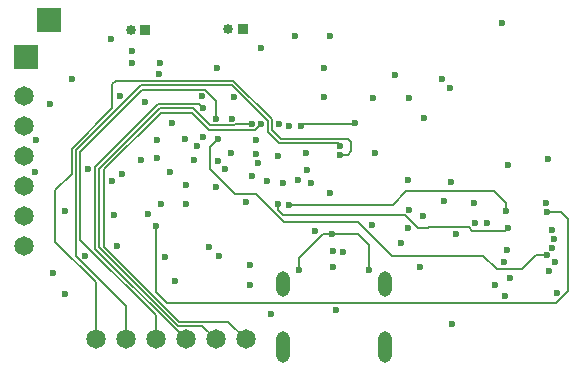
<source format=gbr>
%TF.GenerationSoftware,KiCad,Pcbnew,8.0.8*%
%TF.CreationDate,2025-02-23T23:13:27-08:00*%
%TF.ProjectId,OuterBoard_rev3.1,4f757465-7242-46f6-9172-645f72657633,rev?*%
%TF.SameCoordinates,Original*%
%TF.FileFunction,Copper,L5,Inr*%
%TF.FilePolarity,Positive*%
%FSLAX46Y46*%
G04 Gerber Fmt 4.6, Leading zero omitted, Abs format (unit mm)*
G04 Created by KiCad (PCBNEW 8.0.8) date 2025-02-23 23:13:27*
%MOMM*%
%LPD*%
G01*
G04 APERTURE LIST*
%TA.AperFunction,ComponentPad*%
%ADD10R,0.850000X0.850000*%
%TD*%
%TA.AperFunction,ComponentPad*%
%ADD11C,0.850000*%
%TD*%
%TA.AperFunction,ComponentPad*%
%ADD12C,1.650000*%
%TD*%
%TA.AperFunction,ComponentPad*%
%ADD13R,2.000000X2.000000*%
%TD*%
%TA.AperFunction,ComponentPad*%
%ADD14O,1.168400X2.159000*%
%TD*%
%TA.AperFunction,ComponentPad*%
%ADD15O,1.168400X2.667000*%
%TD*%
%TA.AperFunction,ViaPad*%
%ADD16C,0.600000*%
%TD*%
%TA.AperFunction,Conductor*%
%ADD17C,0.200000*%
%TD*%
G04 APERTURE END LIST*
D10*
%TO.N,+BATT2*%
%TO.C,J4*%
X128117600Y-77749400D03*
D11*
%TO.N,GNDPWR*%
X126867600Y-77749400D03*
%TD*%
D10*
%TO.N,+BATT1*%
%TO.C,J3*%
X119837200Y-77800200D03*
D11*
%TO.N,GNDPWR*%
X118587200Y-77800200D03*
%TD*%
D12*
%TO.N,GPIO45*%
%TO.C,J2*%
X115620800Y-104013000D03*
%TO.N,GPIO46*%
X118160800Y-104013000D03*
%TO.N,IO21{slash}USER_LED*%
X120700800Y-104013000D03*
%TO.N,D10{slash}A10{slash}MOSI*%
X123240800Y-104013000D03*
%TO.N,D9{slash}A9{slash}MISO*%
X125780800Y-104013000D03*
%TO.N,D8{slash}A8{slash}SCK*%
X128320800Y-104013000D03*
%TD*%
D13*
%TO.N,Net-(D1-K)*%
%TO.C,TP1*%
X109728000Y-80137000D03*
%TD*%
%TO.N,Net-(D2-K)*%
%TO.C,TP2*%
X111683800Y-76962000D03*
%TD*%
D12*
%TO.N,GNDPWR*%
%TO.C,J1*%
X109524800Y-96113600D03*
%TO.N,VDC*%
X109524800Y-93573600D03*
%TO.N,D1{slash}A1*%
X109524800Y-91033600D03*
%TO.N,GNDPWR*%
X109524800Y-88493600D03*
%TO.N,VDC*%
X109524800Y-85953600D03*
%TO.N,D0{slash}A0*%
X109524800Y-83413600D03*
%TD*%
D14*
%TO.N,N/C*%
%TO.C,J5*%
X131449998Y-99319300D03*
X140090002Y-99319300D03*
D15*
X131449998Y-104679300D03*
X140090002Y-104679300D03*
%TD*%
D16*
%TO.N,GND*%
X132860000Y-98100000D03*
X138780000Y-98160000D03*
%TO.N,USB_DP*%
X135962801Y-101549200D03*
X135712200Y-97890000D03*
%TO.N,GND*%
X147726400Y-94157800D03*
X114935000Y-89611200D03*
X121132600Y-92504600D03*
X142111489Y-93007223D03*
X121488200Y-97002600D03*
X145669000Y-90678000D03*
X154263252Y-96239441D03*
X123910000Y-88790000D03*
X120802400Y-88646600D03*
X110540800Y-87096600D03*
X150320000Y-100336400D03*
X145084800Y-92284600D03*
X150571200Y-89230200D03*
X113030000Y-93116400D03*
X128730000Y-97690000D03*
X142028800Y-90476900D03*
X147650200Y-92456000D03*
X117889684Y-89981291D03*
X123266200Y-92532200D03*
X131069477Y-88457575D03*
X111749000Y-84037600D03*
X139238800Y-88206400D03*
X122047000Y-85648800D03*
X128652394Y-99384806D03*
X135485000Y-78335000D03*
X132535000Y-78335000D03*
X134970000Y-80990000D03*
X134970000Y-83510000D03*
X114681000Y-96926400D03*
X125196600Y-96164400D03*
X122351800Y-99034600D03*
X135661400Y-95097600D03*
X139065000Y-83540600D03*
X117201071Y-93477539D03*
X145770600Y-102743000D03*
X121943122Y-89829707D03*
X142189200Y-83540600D03*
X150012400Y-77241400D03*
%TO.N,VCC*%
X120954800Y-81538800D03*
%TO.N,+2V8*%
X143408400Y-85242400D03*
X141452600Y-95885000D03*
%TO.N,VDC*%
X117396700Y-96139000D03*
X113004600Y-100152200D03*
X121107200Y-80568800D03*
X118688700Y-79618800D03*
%TO.N,Net-(D7-K)*%
X154686000Y-100101400D03*
%TO.N,+3.3V*%
X140944600Y-81584800D03*
X123266200Y-90954600D03*
X126100000Y-96920000D03*
X120802400Y-87096600D03*
X146098900Y-95123000D03*
X111988600Y-98348800D03*
X144909600Y-81965800D03*
X142087600Y-94589600D03*
X119483800Y-88793400D03*
X123153000Y-87031400D03*
X133527800Y-89662000D03*
X110515400Y-89814400D03*
X143078200Y-97866200D03*
%TO.N,+1V8*%
X153847800Y-93192600D03*
X120700800Y-94411800D03*
%TO.N,Net-(C38-Pad1)*%
X133444702Y-88239600D03*
%TO.N,+5V*%
X130429000Y-101879400D03*
%TO.N,IO21{slash}USER_LED*%
X125830000Y-85308799D03*
%TO.N,Net-(FB1-Pad2)*%
X153949400Y-88722200D03*
%TO.N,USB_DP*%
X135712200Y-96520000D03*
X126586400Y-89603665D03*
%TO.N,USB_DN*%
X136525000Y-96570800D03*
X125984000Y-88900000D03*
%TO.N,MTCK{slash}IO39{slash}CAM_SCL*%
X139013899Y-94285101D03*
X143370000Y-93550000D03*
%TO.N,IO38{slash}DVP_VSYNC*%
X133858000Y-90728800D03*
X153725086Y-92450272D03*
%TO.N,Net-(J10-Pad8)*%
X148742400Y-94183200D03*
%TO.N,IO47{slash}DVP_HREF*%
X131987500Y-92597090D03*
X150342600Y-93141800D03*
%TO.N,IO48{slash}DVP_Y9*%
X131054076Y-92574211D03*
X150520400Y-94564200D03*
%TO.N,IO10{slash}XMCLK*%
X127127615Y-85308799D03*
X154300000Y-94700000D03*
%TO.N,IO11{slash}DVP_Y8*%
X124715600Y-86848296D03*
X154440000Y-95490000D03*
%TO.N,IO12{slash}DVP_Y7*%
X153810000Y-96840000D03*
X125984000Y-87020400D03*
%TO.N,IO13{slash}DVP_PCLK*%
X129164567Y-87102167D03*
X150418800Y-96443800D03*
%TO.N,IO14{slash}DVP_Y6*%
X154514600Y-97455000D03*
X124160450Y-87606201D03*
%TO.N,IO15{slash}DVP_Y2*%
X127076200Y-88206000D03*
X150215600Y-97434400D03*
%TO.N,IO16{slash}DVP_Y5*%
X153970000Y-98240000D03*
X129235200Y-88288500D03*
%TO.N,IO17{slash}DVP_Y3*%
X129330301Y-89044545D03*
X150710000Y-98792400D03*
%TO.N,IO18{slash}DVP_Y4*%
X149450000Y-99441000D03*
X128839742Y-90170878D03*
%TO.N,CHIP_EN*%
X133030300Y-85939200D03*
X137591800Y-85725000D03*
%TO.N,BNO_INT*%
X120091200Y-93421200D03*
X125933200Y-81049800D03*
%TO.N,D1{slash}A1*%
X131108400Y-85750400D03*
%TO.N,D0{slash}A0*%
X129592400Y-79324200D03*
%TO.N,GPIO0*%
X131953000Y-85928200D03*
X145592800Y-82753200D03*
%TO.N,BNO_RST*%
X116967000Y-90601800D03*
X124661600Y-83439000D03*
%TO.N,D8{slash}A8{slash}SCK*%
X129641600Y-85750400D03*
%TO.N,D9{slash}A9{slash}MISO*%
X128843704Y-85733896D03*
%TO.N,D10{slash}A10{slash}MOSI*%
X124714000Y-84404200D03*
%TO.N,VDD_SPI*%
X125830000Y-91135200D03*
%TO.N,SPIHD*%
X128357314Y-92410849D03*
%TO.N,SPIWP*%
X134162800Y-94818200D03*
%TO.N,SPICS0*%
X135432900Y-91643200D03*
%TO.N,SPICLK*%
X130149600Y-90576400D03*
%TO.N,SPIQ*%
X132791200Y-90500200D03*
%TO.N,SPID*%
X131445000Y-90754200D03*
%TO.N,GNDPWR*%
X118688700Y-80568800D03*
X117668297Y-83398103D03*
X127345704Y-83494601D03*
X113583130Y-81940400D03*
X119820552Y-83885375D03*
X116890800Y-78536800D03*
%TO.N,GPIO45*%
X136304681Y-88357976D03*
%TO.N,GPIO46*%
X136330000Y-87606000D03*
%TD*%
D17*
%TO.N,GND*%
X135661400Y-95097600D02*
X134872400Y-95097600D01*
X134872400Y-95097600D02*
X132860000Y-97110000D01*
X132860000Y-97110000D02*
X132860000Y-98100000D01*
X135661400Y-95097600D02*
X137857600Y-95097600D01*
X137857600Y-95097600D02*
X138780000Y-96020000D01*
X138780000Y-96020000D02*
X138780000Y-98160000D01*
%TO.N,+1V8*%
X154635200Y-100939600D02*
X121662504Y-100939600D01*
X121662504Y-100939600D02*
X120700800Y-99977896D01*
X154990800Y-93192600D02*
X155651200Y-93853000D01*
X155651200Y-99923600D02*
X154635200Y-100939600D01*
X120700800Y-99977896D02*
X120700800Y-94411800D01*
X153847800Y-93192600D02*
X154990800Y-93192600D01*
X155651200Y-93853000D02*
X155651200Y-99923600D01*
%TO.N,IO21{slash}USER_LED*%
X120700800Y-101971368D02*
X114301600Y-95572168D01*
X114301600Y-88140768D02*
X119560568Y-82881800D01*
X120700800Y-104013000D02*
X120700800Y-101971368D01*
X119560568Y-82881800D02*
X124918800Y-82881800D01*
X125830000Y-83793000D02*
X125830000Y-85308799D01*
X124918800Y-82881800D02*
X125830000Y-83793000D01*
X114301600Y-95572168D02*
X114301600Y-88140768D01*
%TO.N,IO47{slash}DVP_HREF*%
X150342600Y-92456000D02*
X150342600Y-93141800D01*
X149346600Y-91460000D02*
X150342600Y-92456000D01*
X131987500Y-92597090D02*
X140800000Y-92597090D01*
X141937090Y-91460000D02*
X149346600Y-91460000D01*
X140800000Y-92597090D02*
X141937090Y-91460000D01*
%TO.N,IO48{slash}DVP_Y9*%
X142915723Y-94565800D02*
X143748400Y-94565800D01*
X150284600Y-94800000D02*
X150520400Y-94564200D01*
X131054076Y-93090708D02*
X131461684Y-93498316D01*
X131054076Y-92574211D02*
X131054076Y-93090708D01*
X147237277Y-94520600D02*
X147516677Y-94800000D01*
X131461684Y-93498316D02*
X141848239Y-93498316D01*
X141848239Y-93498316D02*
X142915723Y-94565800D01*
X143748400Y-94565800D02*
X143793600Y-94520600D01*
X147516677Y-94800000D02*
X150284600Y-94800000D01*
X143793600Y-94520600D02*
X147237277Y-94520600D01*
%TO.N,IO12{slash}DVP_Y7*%
X125272800Y-87731600D02*
X125984000Y-87020400D01*
X129184400Y-91719400D02*
X127381000Y-91719400D01*
X131546600Y-94081600D02*
X129184400Y-91719400D01*
X137845800Y-94081600D02*
X131546600Y-94081600D01*
X151713600Y-98070000D02*
X149593600Y-98070000D01*
X153810000Y-96840000D02*
X152943600Y-96840000D01*
X140690600Y-96926400D02*
X137845800Y-94081600D01*
X148450000Y-96926400D02*
X140690600Y-96926400D01*
X152943600Y-96840000D02*
X151713600Y-98070000D01*
X149593600Y-98070000D02*
X148450000Y-96926400D01*
X125272800Y-89611200D02*
X125272800Y-87731600D01*
X127381000Y-91719400D02*
X125272800Y-89611200D01*
%TO.N,CHIP_EN*%
X133219099Y-85750401D02*
X137566399Y-85750401D01*
X137566399Y-85750401D02*
X137591800Y-85725000D01*
X133030300Y-85939200D02*
X133219099Y-85750401D01*
%TO.N,D8{slash}A8{slash}SCK*%
X126800000Y-102492200D02*
X122716736Y-102492200D01*
X122716736Y-102492200D02*
X116364600Y-96140064D01*
X125245804Y-86286296D02*
X129105704Y-86286296D01*
X128320800Y-104013000D02*
X126800000Y-102492200D01*
X129105704Y-86286296D02*
X129641600Y-85750400D01*
X116364600Y-89610136D02*
X121153613Y-84821123D01*
X123780631Y-84821123D02*
X125245804Y-86286296D01*
X116364600Y-96140064D02*
X116364600Y-89610136D01*
X121153613Y-84821123D02*
X123780631Y-84821123D01*
%TO.N,D9{slash}A9{slash}MISO*%
X127490518Y-85733896D02*
X127363215Y-85861199D01*
X115920784Y-96194616D02*
X122570768Y-102844600D01*
X115920784Y-89555584D02*
X115920784Y-96194616D01*
X128843704Y-85733896D02*
X127490518Y-85733896D01*
X124612400Y-102844600D02*
X125780800Y-104013000D01*
X122570768Y-102844600D02*
X124612400Y-102844600D01*
X123926600Y-84468723D02*
X123926600Y-84429600D01*
X123926600Y-84429600D02*
X121046768Y-84429600D01*
X121046768Y-84429600D02*
X115920784Y-89555584D01*
X125319076Y-85861199D02*
X123926600Y-84468723D01*
X127363215Y-85861199D02*
X125319076Y-85861199D01*
%TO.N,D10{slash}A10{slash}MOSI*%
X115544600Y-96316800D02*
X123240800Y-104013000D01*
X124383800Y-84074000D02*
X120904000Y-84074000D01*
X115544600Y-89433400D02*
X115544600Y-96316800D01*
X120904000Y-84074000D02*
X115544600Y-89433400D01*
X124714000Y-84404200D02*
X124383800Y-84074000D01*
%TO.N,GPIO45*%
X136982024Y-88357976D02*
X136304681Y-88357976D01*
X115620800Y-99152568D02*
X112217200Y-95748968D01*
X112217200Y-95748968D02*
X112217200Y-91371800D01*
X137023600Y-87053600D02*
X137280000Y-87310000D01*
X131290768Y-87053600D02*
X137023600Y-87053600D01*
X137280000Y-88060000D02*
X136982024Y-88357976D01*
X130551200Y-86314032D02*
X131290768Y-87053600D01*
X127273569Y-82096000D02*
X130551200Y-85373631D01*
X113596800Y-87848831D02*
X117044800Y-84400831D01*
X117344800Y-82096000D02*
X127273569Y-82096000D01*
X136306705Y-88360000D02*
X136304681Y-88357976D01*
X137280000Y-87310000D02*
X137280000Y-88060000D01*
X113596800Y-89992200D02*
X113596800Y-87848831D01*
X115620800Y-104013000D02*
X115620800Y-99152568D01*
X112217200Y-91371800D02*
X113596800Y-89992200D01*
X130551200Y-85373631D02*
X130551200Y-86314032D01*
X117044800Y-82396000D02*
X117344800Y-82096000D01*
X117044800Y-84400831D02*
X117044800Y-82396000D01*
%TO.N,GPIO46*%
X113949200Y-87994800D02*
X113949200Y-96982600D01*
X131144800Y-87406000D02*
X130198800Y-86460000D01*
X130198800Y-86460000D02*
X130198800Y-85519600D01*
X136330000Y-87606000D02*
X136130000Y-87406000D01*
X136130000Y-87406000D02*
X131144800Y-87406000D01*
X118160800Y-101194200D02*
X118160800Y-104013000D01*
X119495600Y-82448400D02*
X113949200Y-87994800D01*
X127127600Y-82448400D02*
X119495600Y-82448400D01*
X130198800Y-85519600D02*
X127127600Y-82448400D01*
X113949200Y-96982600D02*
X118160800Y-101194200D01*
%TD*%
M02*

</source>
